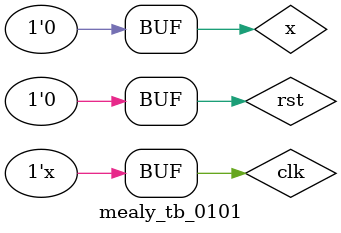
<source format=v>
`timescale 1ns/100ps
module mealy_tb_0101;
  reg clk,rst,x;
  wire z;
  
  mealy_sequence_0101 uut(clk,rst,x,z);
  always #5 clk=~clk;
  
  initial begin 
    clk=1; rst=1; #10;
    rst=0;
    
    //1010101001010
    x=1;#10;
    x=0;#10;
    x=1;#10;
    x=0;#10;
    x=1;#10;
    x=0;#10;
    x=1;#10;
    x=0;#10;
    x=0;#10;
    x=1;#10;
    x=0;#10;
    x=1;#10;
    x=0;#10;
  end  
endmodule
  

</source>
